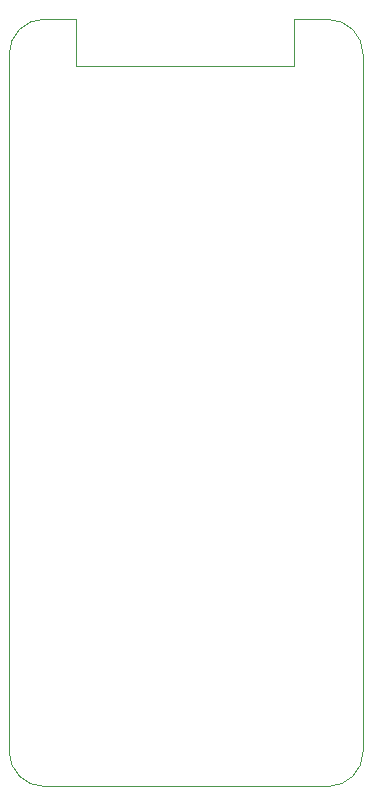
<source format=gm1>
G04 #@! TF.GenerationSoftware,KiCad,Pcbnew,(5.1.4)-1*
G04 #@! TF.CreationDate,2019-12-13T15:16:28+08:00*
G04 #@! TF.ProjectId,esp-break,6573702d-6272-4656-916b-2e6b69636164,rev?*
G04 #@! TF.SameCoordinates,Original*
G04 #@! TF.FileFunction,Profile,NP*
%FSLAX46Y46*%
G04 Gerber Fmt 4.6, Leading zero omitted, Abs format (unit mm)*
G04 Created by KiCad (PCBNEW (5.1.4)-1) date 2019-12-13 15:16:28*
%MOMM*%
%LPD*%
G04 APERTURE LIST*
%ADD10C,0.050000*%
G04 APERTURE END LIST*
D10*
X125806200Y-54658260D02*
X125806200Y-50723800D01*
X107315000Y-54632860D02*
X125806200Y-54658260D01*
X107315000Y-50698400D02*
X107315000Y-54325520D01*
X107315000Y-54632860D02*
X107315000Y-54325520D01*
X107315000Y-50698400D02*
X104622600Y-50698400D01*
X101650800Y-53670200D02*
X101650800Y-112699800D01*
X128651000Y-50723800D02*
X125806200Y-50723800D01*
X131622800Y-53695600D02*
X131622800Y-112699800D01*
X104622600Y-115671600D02*
X128651000Y-115671600D01*
X104622600Y-115671600D02*
G75*
G02X101650800Y-112699800I0J2971800D01*
G01*
X131622800Y-112699800D02*
G75*
G02X128651000Y-115671600I-2971800J0D01*
G01*
X128651000Y-50723800D02*
G75*
G02X131622800Y-53695600I0J-2971800D01*
G01*
X101650800Y-53670200D02*
G75*
G02X104622600Y-50698400I2971800J0D01*
G01*
M02*

</source>
